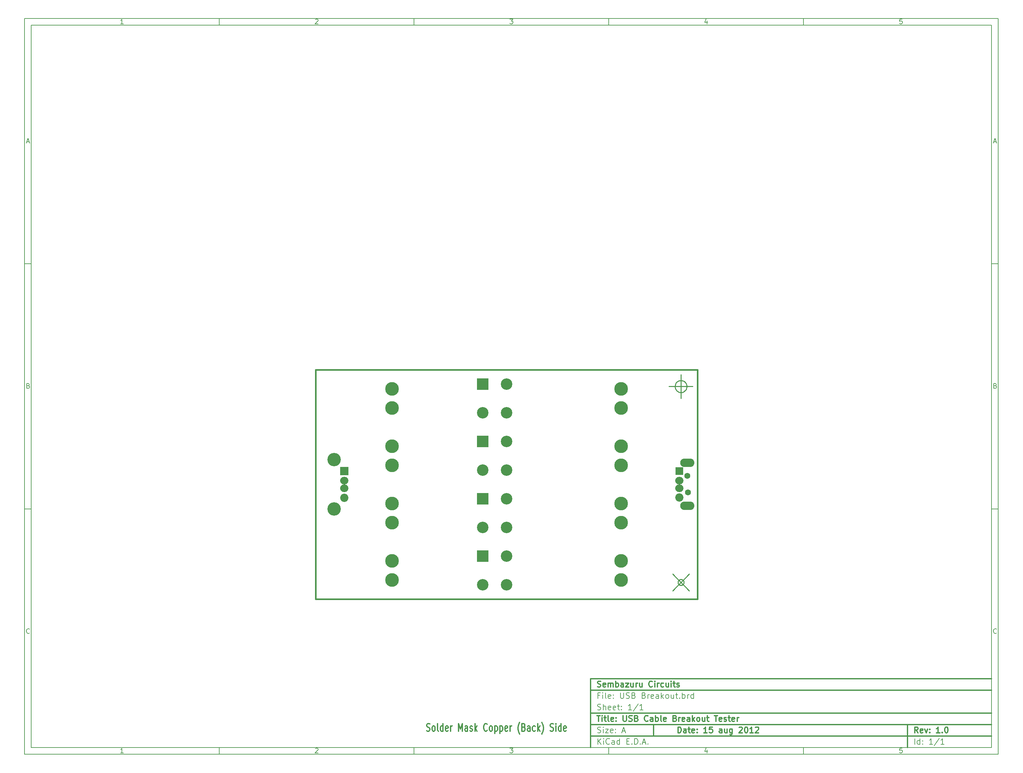
<source format=gbs>
G04 (created by PCBNEW-RS274X (2012-01-19 BZR 3256)-stable) date 15/08/2012 23:21:53*
G01*
G70*
G90*
%MOIN*%
G04 Gerber Fmt 3.4, Leading zero omitted, Abs format*
%FSLAX34Y34*%
G04 APERTURE LIST*
%ADD10C,0.006000*%
%ADD11C,0.012000*%
%ADD12C,0.010000*%
%ADD13C,0.015000*%
%ADD14R,0.120000X0.120000*%
%ADD15C,0.120000*%
%ADD16R,0.083200X0.083200*%
%ADD17O,0.086200X0.079100*%
%ADD18C,0.086200*%
%ADD19O,0.148400X0.089400*%
%ADD20C,0.063300*%
%ADD21R,0.086200X0.086200*%
%ADD22C,0.140600*%
%ADD23C,0.143000*%
G04 APERTURE END LIST*
G54D10*
X-30500Y36750D02*
X71500Y36750D01*
X71500Y-40250D01*
X-30500Y-40250D01*
X-30500Y36750D01*
X-29800Y36050D02*
X70800Y36050D01*
X70800Y-39550D01*
X-29800Y-39550D01*
X-29800Y36050D01*
X-10100Y36750D02*
X-10100Y36050D01*
X-20157Y36198D02*
X-20443Y36198D01*
X-20300Y36198D02*
X-20300Y36698D01*
X-20348Y36626D01*
X-20395Y36579D01*
X-20443Y36555D01*
X-10100Y-40250D02*
X-10100Y-39550D01*
X-20157Y-40102D02*
X-20443Y-40102D01*
X-20300Y-40102D02*
X-20300Y-39602D01*
X-20348Y-39674D01*
X-20395Y-39721D01*
X-20443Y-39745D01*
X10300Y36750D02*
X10300Y36050D01*
X-00043Y36650D02*
X-00019Y36674D01*
X00029Y36698D01*
X00148Y36698D01*
X00195Y36674D01*
X00219Y36650D01*
X00243Y36602D01*
X00243Y36555D01*
X00219Y36483D01*
X-00067Y36198D01*
X00243Y36198D01*
X10300Y-40250D02*
X10300Y-39550D01*
X-00043Y-39650D02*
X-00019Y-39626D01*
X00029Y-39602D01*
X00148Y-39602D01*
X00195Y-39626D01*
X00219Y-39650D01*
X00243Y-39698D01*
X00243Y-39745D01*
X00219Y-39817D01*
X-00067Y-40102D01*
X00243Y-40102D01*
X30700Y36750D02*
X30700Y36050D01*
X20333Y36698D02*
X20643Y36698D01*
X20476Y36507D01*
X20548Y36507D01*
X20595Y36483D01*
X20619Y36460D01*
X20643Y36412D01*
X20643Y36293D01*
X20619Y36245D01*
X20595Y36221D01*
X20548Y36198D01*
X20405Y36198D01*
X20357Y36221D01*
X20333Y36245D01*
X30700Y-40250D02*
X30700Y-39550D01*
X20333Y-39602D02*
X20643Y-39602D01*
X20476Y-39793D01*
X20548Y-39793D01*
X20595Y-39817D01*
X20619Y-39840D01*
X20643Y-39888D01*
X20643Y-40007D01*
X20619Y-40055D01*
X20595Y-40079D01*
X20548Y-40102D01*
X20405Y-40102D01*
X20357Y-40079D01*
X20333Y-40055D01*
X51100Y36750D02*
X51100Y36050D01*
X40995Y36531D02*
X40995Y36198D01*
X40876Y36721D02*
X40757Y36364D01*
X41067Y36364D01*
X51100Y-40250D02*
X51100Y-39550D01*
X40995Y-39769D02*
X40995Y-40102D01*
X40876Y-39579D02*
X40757Y-39936D01*
X41067Y-39936D01*
X61419Y36698D02*
X61181Y36698D01*
X61157Y36460D01*
X61181Y36483D01*
X61229Y36507D01*
X61348Y36507D01*
X61395Y36483D01*
X61419Y36460D01*
X61443Y36412D01*
X61443Y36293D01*
X61419Y36245D01*
X61395Y36221D01*
X61348Y36198D01*
X61229Y36198D01*
X61181Y36221D01*
X61157Y36245D01*
X61419Y-39602D02*
X61181Y-39602D01*
X61157Y-39840D01*
X61181Y-39817D01*
X61229Y-39793D01*
X61348Y-39793D01*
X61395Y-39817D01*
X61419Y-39840D01*
X61443Y-39888D01*
X61443Y-40007D01*
X61419Y-40055D01*
X61395Y-40079D01*
X61348Y-40102D01*
X61229Y-40102D01*
X61181Y-40079D01*
X61157Y-40055D01*
X-30500Y11090D02*
X-29800Y11090D01*
X-30269Y23860D02*
X-30031Y23860D01*
X-30316Y23718D02*
X-30150Y24218D01*
X-29983Y23718D01*
X71500Y11090D02*
X70800Y11090D01*
X71031Y23860D02*
X71269Y23860D01*
X70984Y23718D02*
X71150Y24218D01*
X71317Y23718D01*
X-30500Y-14570D02*
X-29800Y-14570D01*
X-30114Y-01680D02*
X-30043Y-01704D01*
X-30019Y-01728D01*
X-29995Y-01776D01*
X-29995Y-01847D01*
X-30019Y-01895D01*
X-30043Y-01919D01*
X-30090Y-01942D01*
X-30281Y-01942D01*
X-30281Y-01442D01*
X-30114Y-01442D01*
X-30067Y-01466D01*
X-30043Y-01490D01*
X-30019Y-01538D01*
X-30019Y-01585D01*
X-30043Y-01633D01*
X-30067Y-01657D01*
X-30114Y-01680D01*
X-30281Y-01680D01*
X71500Y-14570D02*
X70800Y-14570D01*
X71186Y-01680D02*
X71257Y-01704D01*
X71281Y-01728D01*
X71305Y-01776D01*
X71305Y-01847D01*
X71281Y-01895D01*
X71257Y-01919D01*
X71210Y-01942D01*
X71019Y-01942D01*
X71019Y-01442D01*
X71186Y-01442D01*
X71233Y-01466D01*
X71257Y-01490D01*
X71281Y-01538D01*
X71281Y-01585D01*
X71257Y-01633D01*
X71233Y-01657D01*
X71186Y-01680D01*
X71019Y-01680D01*
X-29995Y-27555D02*
X-30019Y-27579D01*
X-30090Y-27602D01*
X-30138Y-27602D01*
X-30210Y-27579D01*
X-30257Y-27531D01*
X-30281Y-27483D01*
X-30305Y-27388D01*
X-30305Y-27317D01*
X-30281Y-27221D01*
X-30257Y-27174D01*
X-30210Y-27126D01*
X-30138Y-27102D01*
X-30090Y-27102D01*
X-30019Y-27126D01*
X-29995Y-27150D01*
X71305Y-27555D02*
X71281Y-27579D01*
X71210Y-27602D01*
X71162Y-27602D01*
X71090Y-27579D01*
X71043Y-27531D01*
X71019Y-27483D01*
X70995Y-27388D01*
X70995Y-27317D01*
X71019Y-27221D01*
X71043Y-27174D01*
X71090Y-27126D01*
X71162Y-27102D01*
X71210Y-27102D01*
X71281Y-27126D01*
X71305Y-27150D01*
G54D11*
X37943Y-37993D02*
X37943Y-37393D01*
X38086Y-37393D01*
X38171Y-37421D01*
X38229Y-37479D01*
X38257Y-37536D01*
X38286Y-37650D01*
X38286Y-37736D01*
X38257Y-37850D01*
X38229Y-37907D01*
X38171Y-37964D01*
X38086Y-37993D01*
X37943Y-37993D01*
X38800Y-37993D02*
X38800Y-37679D01*
X38771Y-37621D01*
X38714Y-37593D01*
X38600Y-37593D01*
X38543Y-37621D01*
X38800Y-37964D02*
X38743Y-37993D01*
X38600Y-37993D01*
X38543Y-37964D01*
X38514Y-37907D01*
X38514Y-37850D01*
X38543Y-37793D01*
X38600Y-37764D01*
X38743Y-37764D01*
X38800Y-37736D01*
X39000Y-37593D02*
X39229Y-37593D01*
X39086Y-37393D02*
X39086Y-37907D01*
X39114Y-37964D01*
X39172Y-37993D01*
X39229Y-37993D01*
X39657Y-37964D02*
X39600Y-37993D01*
X39486Y-37993D01*
X39429Y-37964D01*
X39400Y-37907D01*
X39400Y-37679D01*
X39429Y-37621D01*
X39486Y-37593D01*
X39600Y-37593D01*
X39657Y-37621D01*
X39686Y-37679D01*
X39686Y-37736D01*
X39400Y-37793D01*
X39943Y-37936D02*
X39971Y-37964D01*
X39943Y-37993D01*
X39914Y-37964D01*
X39943Y-37936D01*
X39943Y-37993D01*
X39943Y-37621D02*
X39971Y-37650D01*
X39943Y-37679D01*
X39914Y-37650D01*
X39943Y-37621D01*
X39943Y-37679D01*
X41000Y-37993D02*
X40657Y-37993D01*
X40829Y-37993D02*
X40829Y-37393D01*
X40772Y-37479D01*
X40714Y-37536D01*
X40657Y-37564D01*
X41543Y-37393D02*
X41257Y-37393D01*
X41228Y-37679D01*
X41257Y-37650D01*
X41314Y-37621D01*
X41457Y-37621D01*
X41514Y-37650D01*
X41543Y-37679D01*
X41571Y-37736D01*
X41571Y-37879D01*
X41543Y-37936D01*
X41514Y-37964D01*
X41457Y-37993D01*
X41314Y-37993D01*
X41257Y-37964D01*
X41228Y-37936D01*
X42542Y-37993D02*
X42542Y-37679D01*
X42513Y-37621D01*
X42456Y-37593D01*
X42342Y-37593D01*
X42285Y-37621D01*
X42542Y-37964D02*
X42485Y-37993D01*
X42342Y-37993D01*
X42285Y-37964D01*
X42256Y-37907D01*
X42256Y-37850D01*
X42285Y-37793D01*
X42342Y-37764D01*
X42485Y-37764D01*
X42542Y-37736D01*
X43085Y-37593D02*
X43085Y-37993D01*
X42828Y-37593D02*
X42828Y-37907D01*
X42856Y-37964D01*
X42914Y-37993D01*
X42999Y-37993D01*
X43056Y-37964D01*
X43085Y-37936D01*
X43628Y-37593D02*
X43628Y-38079D01*
X43599Y-38136D01*
X43571Y-38164D01*
X43514Y-38193D01*
X43428Y-38193D01*
X43371Y-38164D01*
X43628Y-37964D02*
X43571Y-37993D01*
X43457Y-37993D01*
X43399Y-37964D01*
X43371Y-37936D01*
X43342Y-37879D01*
X43342Y-37707D01*
X43371Y-37650D01*
X43399Y-37621D01*
X43457Y-37593D01*
X43571Y-37593D01*
X43628Y-37621D01*
X44342Y-37450D02*
X44371Y-37421D01*
X44428Y-37393D01*
X44571Y-37393D01*
X44628Y-37421D01*
X44657Y-37450D01*
X44685Y-37507D01*
X44685Y-37564D01*
X44657Y-37650D01*
X44314Y-37993D01*
X44685Y-37993D01*
X45056Y-37393D02*
X45113Y-37393D01*
X45170Y-37421D01*
X45199Y-37450D01*
X45228Y-37507D01*
X45256Y-37621D01*
X45256Y-37764D01*
X45228Y-37879D01*
X45199Y-37936D01*
X45170Y-37964D01*
X45113Y-37993D01*
X45056Y-37993D01*
X44999Y-37964D01*
X44970Y-37936D01*
X44942Y-37879D01*
X44913Y-37764D01*
X44913Y-37621D01*
X44942Y-37507D01*
X44970Y-37450D01*
X44999Y-37421D01*
X45056Y-37393D01*
X45827Y-37993D02*
X45484Y-37993D01*
X45656Y-37993D02*
X45656Y-37393D01*
X45599Y-37479D01*
X45541Y-37536D01*
X45484Y-37564D01*
X46055Y-37450D02*
X46084Y-37421D01*
X46141Y-37393D01*
X46284Y-37393D01*
X46341Y-37421D01*
X46370Y-37450D01*
X46398Y-37507D01*
X46398Y-37564D01*
X46370Y-37650D01*
X46027Y-37993D01*
X46398Y-37993D01*
G54D10*
X29543Y-39193D02*
X29543Y-38593D01*
X29886Y-39193D02*
X29629Y-38850D01*
X29886Y-38593D02*
X29543Y-38936D01*
X30143Y-39193D02*
X30143Y-38793D01*
X30143Y-38593D02*
X30114Y-38621D01*
X30143Y-38650D01*
X30171Y-38621D01*
X30143Y-38593D01*
X30143Y-38650D01*
X30772Y-39136D02*
X30743Y-39164D01*
X30657Y-39193D01*
X30600Y-39193D01*
X30515Y-39164D01*
X30457Y-39107D01*
X30429Y-39050D01*
X30400Y-38936D01*
X30400Y-38850D01*
X30429Y-38736D01*
X30457Y-38679D01*
X30515Y-38621D01*
X30600Y-38593D01*
X30657Y-38593D01*
X30743Y-38621D01*
X30772Y-38650D01*
X31286Y-39193D02*
X31286Y-38879D01*
X31257Y-38821D01*
X31200Y-38793D01*
X31086Y-38793D01*
X31029Y-38821D01*
X31286Y-39164D02*
X31229Y-39193D01*
X31086Y-39193D01*
X31029Y-39164D01*
X31000Y-39107D01*
X31000Y-39050D01*
X31029Y-38993D01*
X31086Y-38964D01*
X31229Y-38964D01*
X31286Y-38936D01*
X31829Y-39193D02*
X31829Y-38593D01*
X31829Y-39164D02*
X31772Y-39193D01*
X31658Y-39193D01*
X31600Y-39164D01*
X31572Y-39136D01*
X31543Y-39079D01*
X31543Y-38907D01*
X31572Y-38850D01*
X31600Y-38821D01*
X31658Y-38793D01*
X31772Y-38793D01*
X31829Y-38821D01*
X32572Y-38879D02*
X32772Y-38879D01*
X32858Y-39193D02*
X32572Y-39193D01*
X32572Y-38593D01*
X32858Y-38593D01*
X33115Y-39136D02*
X33143Y-39164D01*
X33115Y-39193D01*
X33086Y-39164D01*
X33115Y-39136D01*
X33115Y-39193D01*
X33401Y-39193D02*
X33401Y-38593D01*
X33544Y-38593D01*
X33629Y-38621D01*
X33687Y-38679D01*
X33715Y-38736D01*
X33744Y-38850D01*
X33744Y-38936D01*
X33715Y-39050D01*
X33687Y-39107D01*
X33629Y-39164D01*
X33544Y-39193D01*
X33401Y-39193D01*
X34001Y-39136D02*
X34029Y-39164D01*
X34001Y-39193D01*
X33972Y-39164D01*
X34001Y-39136D01*
X34001Y-39193D01*
X34258Y-39021D02*
X34544Y-39021D01*
X34201Y-39193D02*
X34401Y-38593D01*
X34601Y-39193D01*
X34801Y-39136D02*
X34829Y-39164D01*
X34801Y-39193D01*
X34772Y-39164D01*
X34801Y-39136D01*
X34801Y-39193D01*
G54D11*
X63086Y-37993D02*
X62886Y-37707D01*
X62743Y-37993D02*
X62743Y-37393D01*
X62971Y-37393D01*
X63029Y-37421D01*
X63057Y-37450D01*
X63086Y-37507D01*
X63086Y-37593D01*
X63057Y-37650D01*
X63029Y-37679D01*
X62971Y-37707D01*
X62743Y-37707D01*
X63571Y-37964D02*
X63514Y-37993D01*
X63400Y-37993D01*
X63343Y-37964D01*
X63314Y-37907D01*
X63314Y-37679D01*
X63343Y-37621D01*
X63400Y-37593D01*
X63514Y-37593D01*
X63571Y-37621D01*
X63600Y-37679D01*
X63600Y-37736D01*
X63314Y-37793D01*
X63800Y-37593D02*
X63943Y-37993D01*
X64085Y-37593D01*
X64314Y-37936D02*
X64342Y-37964D01*
X64314Y-37993D01*
X64285Y-37964D01*
X64314Y-37936D01*
X64314Y-37993D01*
X64314Y-37621D02*
X64342Y-37650D01*
X64314Y-37679D01*
X64285Y-37650D01*
X64314Y-37621D01*
X64314Y-37679D01*
X65371Y-37993D02*
X65028Y-37993D01*
X65200Y-37993D02*
X65200Y-37393D01*
X65143Y-37479D01*
X65085Y-37536D01*
X65028Y-37564D01*
X65628Y-37936D02*
X65656Y-37964D01*
X65628Y-37993D01*
X65599Y-37964D01*
X65628Y-37936D01*
X65628Y-37993D01*
X66028Y-37393D02*
X66085Y-37393D01*
X66142Y-37421D01*
X66171Y-37450D01*
X66200Y-37507D01*
X66228Y-37621D01*
X66228Y-37764D01*
X66200Y-37879D01*
X66171Y-37936D01*
X66142Y-37964D01*
X66085Y-37993D01*
X66028Y-37993D01*
X65971Y-37964D01*
X65942Y-37936D01*
X65914Y-37879D01*
X65885Y-37764D01*
X65885Y-37621D01*
X65914Y-37507D01*
X65942Y-37450D01*
X65971Y-37421D01*
X66028Y-37393D01*
G54D10*
X29514Y-37964D02*
X29600Y-37993D01*
X29743Y-37993D01*
X29800Y-37964D01*
X29829Y-37936D01*
X29857Y-37879D01*
X29857Y-37821D01*
X29829Y-37764D01*
X29800Y-37736D01*
X29743Y-37707D01*
X29629Y-37679D01*
X29571Y-37650D01*
X29543Y-37621D01*
X29514Y-37564D01*
X29514Y-37507D01*
X29543Y-37450D01*
X29571Y-37421D01*
X29629Y-37393D01*
X29771Y-37393D01*
X29857Y-37421D01*
X30114Y-37993D02*
X30114Y-37593D01*
X30114Y-37393D02*
X30085Y-37421D01*
X30114Y-37450D01*
X30142Y-37421D01*
X30114Y-37393D01*
X30114Y-37450D01*
X30343Y-37593D02*
X30657Y-37593D01*
X30343Y-37993D01*
X30657Y-37993D01*
X31114Y-37964D02*
X31057Y-37993D01*
X30943Y-37993D01*
X30886Y-37964D01*
X30857Y-37907D01*
X30857Y-37679D01*
X30886Y-37621D01*
X30943Y-37593D01*
X31057Y-37593D01*
X31114Y-37621D01*
X31143Y-37679D01*
X31143Y-37736D01*
X30857Y-37793D01*
X31400Y-37936D02*
X31428Y-37964D01*
X31400Y-37993D01*
X31371Y-37964D01*
X31400Y-37936D01*
X31400Y-37993D01*
X31400Y-37621D02*
X31428Y-37650D01*
X31400Y-37679D01*
X31371Y-37650D01*
X31400Y-37621D01*
X31400Y-37679D01*
X32114Y-37821D02*
X32400Y-37821D01*
X32057Y-37993D02*
X32257Y-37393D01*
X32457Y-37993D01*
X62743Y-39193D02*
X62743Y-38593D01*
X63286Y-39193D02*
X63286Y-38593D01*
X63286Y-39164D02*
X63229Y-39193D01*
X63115Y-39193D01*
X63057Y-39164D01*
X63029Y-39136D01*
X63000Y-39079D01*
X63000Y-38907D01*
X63029Y-38850D01*
X63057Y-38821D01*
X63115Y-38793D01*
X63229Y-38793D01*
X63286Y-38821D01*
X63572Y-39136D02*
X63600Y-39164D01*
X63572Y-39193D01*
X63543Y-39164D01*
X63572Y-39136D01*
X63572Y-39193D01*
X63572Y-38821D02*
X63600Y-38850D01*
X63572Y-38879D01*
X63543Y-38850D01*
X63572Y-38821D01*
X63572Y-38879D01*
X64629Y-39193D02*
X64286Y-39193D01*
X64458Y-39193D02*
X64458Y-38593D01*
X64401Y-38679D01*
X64343Y-38736D01*
X64286Y-38764D01*
X65314Y-38564D02*
X64800Y-39336D01*
X65829Y-39193D02*
X65486Y-39193D01*
X65658Y-39193D02*
X65658Y-38593D01*
X65601Y-38679D01*
X65543Y-38736D01*
X65486Y-38764D01*
G54D11*
X29457Y-36193D02*
X29800Y-36193D01*
X29629Y-36793D02*
X29629Y-36193D01*
X30000Y-36793D02*
X30000Y-36393D01*
X30000Y-36193D02*
X29971Y-36221D01*
X30000Y-36250D01*
X30028Y-36221D01*
X30000Y-36193D01*
X30000Y-36250D01*
X30200Y-36393D02*
X30429Y-36393D01*
X30286Y-36193D02*
X30286Y-36707D01*
X30314Y-36764D01*
X30372Y-36793D01*
X30429Y-36793D01*
X30715Y-36793D02*
X30657Y-36764D01*
X30629Y-36707D01*
X30629Y-36193D01*
X31171Y-36764D02*
X31114Y-36793D01*
X31000Y-36793D01*
X30943Y-36764D01*
X30914Y-36707D01*
X30914Y-36479D01*
X30943Y-36421D01*
X31000Y-36393D01*
X31114Y-36393D01*
X31171Y-36421D01*
X31200Y-36479D01*
X31200Y-36536D01*
X30914Y-36593D01*
X31457Y-36736D02*
X31485Y-36764D01*
X31457Y-36793D01*
X31428Y-36764D01*
X31457Y-36736D01*
X31457Y-36793D01*
X31457Y-36421D02*
X31485Y-36450D01*
X31457Y-36479D01*
X31428Y-36450D01*
X31457Y-36421D01*
X31457Y-36479D01*
X32200Y-36193D02*
X32200Y-36679D01*
X32228Y-36736D01*
X32257Y-36764D01*
X32314Y-36793D01*
X32428Y-36793D01*
X32486Y-36764D01*
X32514Y-36736D01*
X32543Y-36679D01*
X32543Y-36193D01*
X32800Y-36764D02*
X32886Y-36793D01*
X33029Y-36793D01*
X33086Y-36764D01*
X33115Y-36736D01*
X33143Y-36679D01*
X33143Y-36621D01*
X33115Y-36564D01*
X33086Y-36536D01*
X33029Y-36507D01*
X32915Y-36479D01*
X32857Y-36450D01*
X32829Y-36421D01*
X32800Y-36364D01*
X32800Y-36307D01*
X32829Y-36250D01*
X32857Y-36221D01*
X32915Y-36193D01*
X33057Y-36193D01*
X33143Y-36221D01*
X33600Y-36479D02*
X33686Y-36507D01*
X33714Y-36536D01*
X33743Y-36593D01*
X33743Y-36679D01*
X33714Y-36736D01*
X33686Y-36764D01*
X33628Y-36793D01*
X33400Y-36793D01*
X33400Y-36193D01*
X33600Y-36193D01*
X33657Y-36221D01*
X33686Y-36250D01*
X33714Y-36307D01*
X33714Y-36364D01*
X33686Y-36421D01*
X33657Y-36450D01*
X33600Y-36479D01*
X33400Y-36479D01*
X34800Y-36736D02*
X34771Y-36764D01*
X34685Y-36793D01*
X34628Y-36793D01*
X34543Y-36764D01*
X34485Y-36707D01*
X34457Y-36650D01*
X34428Y-36536D01*
X34428Y-36450D01*
X34457Y-36336D01*
X34485Y-36279D01*
X34543Y-36221D01*
X34628Y-36193D01*
X34685Y-36193D01*
X34771Y-36221D01*
X34800Y-36250D01*
X35314Y-36793D02*
X35314Y-36479D01*
X35285Y-36421D01*
X35228Y-36393D01*
X35114Y-36393D01*
X35057Y-36421D01*
X35314Y-36764D02*
X35257Y-36793D01*
X35114Y-36793D01*
X35057Y-36764D01*
X35028Y-36707D01*
X35028Y-36650D01*
X35057Y-36593D01*
X35114Y-36564D01*
X35257Y-36564D01*
X35314Y-36536D01*
X35600Y-36793D02*
X35600Y-36193D01*
X35600Y-36421D02*
X35657Y-36393D01*
X35771Y-36393D01*
X35828Y-36421D01*
X35857Y-36450D01*
X35886Y-36507D01*
X35886Y-36679D01*
X35857Y-36736D01*
X35828Y-36764D01*
X35771Y-36793D01*
X35657Y-36793D01*
X35600Y-36764D01*
X36229Y-36793D02*
X36171Y-36764D01*
X36143Y-36707D01*
X36143Y-36193D01*
X36685Y-36764D02*
X36628Y-36793D01*
X36514Y-36793D01*
X36457Y-36764D01*
X36428Y-36707D01*
X36428Y-36479D01*
X36457Y-36421D01*
X36514Y-36393D01*
X36628Y-36393D01*
X36685Y-36421D01*
X36714Y-36479D01*
X36714Y-36536D01*
X36428Y-36593D01*
X37628Y-36479D02*
X37714Y-36507D01*
X37742Y-36536D01*
X37771Y-36593D01*
X37771Y-36679D01*
X37742Y-36736D01*
X37714Y-36764D01*
X37656Y-36793D01*
X37428Y-36793D01*
X37428Y-36193D01*
X37628Y-36193D01*
X37685Y-36221D01*
X37714Y-36250D01*
X37742Y-36307D01*
X37742Y-36364D01*
X37714Y-36421D01*
X37685Y-36450D01*
X37628Y-36479D01*
X37428Y-36479D01*
X38028Y-36793D02*
X38028Y-36393D01*
X38028Y-36507D02*
X38056Y-36450D01*
X38085Y-36421D01*
X38142Y-36393D01*
X38199Y-36393D01*
X38627Y-36764D02*
X38570Y-36793D01*
X38456Y-36793D01*
X38399Y-36764D01*
X38370Y-36707D01*
X38370Y-36479D01*
X38399Y-36421D01*
X38456Y-36393D01*
X38570Y-36393D01*
X38627Y-36421D01*
X38656Y-36479D01*
X38656Y-36536D01*
X38370Y-36593D01*
X39170Y-36793D02*
X39170Y-36479D01*
X39141Y-36421D01*
X39084Y-36393D01*
X38970Y-36393D01*
X38913Y-36421D01*
X39170Y-36764D02*
X39113Y-36793D01*
X38970Y-36793D01*
X38913Y-36764D01*
X38884Y-36707D01*
X38884Y-36650D01*
X38913Y-36593D01*
X38970Y-36564D01*
X39113Y-36564D01*
X39170Y-36536D01*
X39456Y-36793D02*
X39456Y-36193D01*
X39513Y-36564D02*
X39684Y-36793D01*
X39684Y-36393D02*
X39456Y-36621D01*
X40028Y-36793D02*
X39970Y-36764D01*
X39942Y-36736D01*
X39913Y-36679D01*
X39913Y-36507D01*
X39942Y-36450D01*
X39970Y-36421D01*
X40028Y-36393D01*
X40113Y-36393D01*
X40170Y-36421D01*
X40199Y-36450D01*
X40228Y-36507D01*
X40228Y-36679D01*
X40199Y-36736D01*
X40170Y-36764D01*
X40113Y-36793D01*
X40028Y-36793D01*
X40742Y-36393D02*
X40742Y-36793D01*
X40485Y-36393D02*
X40485Y-36707D01*
X40513Y-36764D01*
X40571Y-36793D01*
X40656Y-36793D01*
X40713Y-36764D01*
X40742Y-36736D01*
X40942Y-36393D02*
X41171Y-36393D01*
X41028Y-36193D02*
X41028Y-36707D01*
X41056Y-36764D01*
X41114Y-36793D01*
X41171Y-36793D01*
X41742Y-36193D02*
X42085Y-36193D01*
X41914Y-36793D02*
X41914Y-36193D01*
X42513Y-36764D02*
X42456Y-36793D01*
X42342Y-36793D01*
X42285Y-36764D01*
X42256Y-36707D01*
X42256Y-36479D01*
X42285Y-36421D01*
X42342Y-36393D01*
X42456Y-36393D01*
X42513Y-36421D01*
X42542Y-36479D01*
X42542Y-36536D01*
X42256Y-36593D01*
X42770Y-36764D02*
X42827Y-36793D01*
X42942Y-36793D01*
X42999Y-36764D01*
X43027Y-36707D01*
X43027Y-36679D01*
X42999Y-36621D01*
X42942Y-36593D01*
X42856Y-36593D01*
X42799Y-36564D01*
X42770Y-36507D01*
X42770Y-36479D01*
X42799Y-36421D01*
X42856Y-36393D01*
X42942Y-36393D01*
X42999Y-36421D01*
X43199Y-36393D02*
X43428Y-36393D01*
X43285Y-36193D02*
X43285Y-36707D01*
X43313Y-36764D01*
X43371Y-36793D01*
X43428Y-36793D01*
X43856Y-36764D02*
X43799Y-36793D01*
X43685Y-36793D01*
X43628Y-36764D01*
X43599Y-36707D01*
X43599Y-36479D01*
X43628Y-36421D01*
X43685Y-36393D01*
X43799Y-36393D01*
X43856Y-36421D01*
X43885Y-36479D01*
X43885Y-36536D01*
X43599Y-36593D01*
X44142Y-36793D02*
X44142Y-36393D01*
X44142Y-36507D02*
X44170Y-36450D01*
X44199Y-36421D01*
X44256Y-36393D01*
X44313Y-36393D01*
G54D10*
X29743Y-34079D02*
X29543Y-34079D01*
X29543Y-34393D02*
X29543Y-33793D01*
X29829Y-33793D01*
X30057Y-34393D02*
X30057Y-33993D01*
X30057Y-33793D02*
X30028Y-33821D01*
X30057Y-33850D01*
X30085Y-33821D01*
X30057Y-33793D01*
X30057Y-33850D01*
X30429Y-34393D02*
X30371Y-34364D01*
X30343Y-34307D01*
X30343Y-33793D01*
X30885Y-34364D02*
X30828Y-34393D01*
X30714Y-34393D01*
X30657Y-34364D01*
X30628Y-34307D01*
X30628Y-34079D01*
X30657Y-34021D01*
X30714Y-33993D01*
X30828Y-33993D01*
X30885Y-34021D01*
X30914Y-34079D01*
X30914Y-34136D01*
X30628Y-34193D01*
X31171Y-34336D02*
X31199Y-34364D01*
X31171Y-34393D01*
X31142Y-34364D01*
X31171Y-34336D01*
X31171Y-34393D01*
X31171Y-34021D02*
X31199Y-34050D01*
X31171Y-34079D01*
X31142Y-34050D01*
X31171Y-34021D01*
X31171Y-34079D01*
X31914Y-33793D02*
X31914Y-34279D01*
X31942Y-34336D01*
X31971Y-34364D01*
X32028Y-34393D01*
X32142Y-34393D01*
X32200Y-34364D01*
X32228Y-34336D01*
X32257Y-34279D01*
X32257Y-33793D01*
X32514Y-34364D02*
X32600Y-34393D01*
X32743Y-34393D01*
X32800Y-34364D01*
X32829Y-34336D01*
X32857Y-34279D01*
X32857Y-34221D01*
X32829Y-34164D01*
X32800Y-34136D01*
X32743Y-34107D01*
X32629Y-34079D01*
X32571Y-34050D01*
X32543Y-34021D01*
X32514Y-33964D01*
X32514Y-33907D01*
X32543Y-33850D01*
X32571Y-33821D01*
X32629Y-33793D01*
X32771Y-33793D01*
X32857Y-33821D01*
X33314Y-34079D02*
X33400Y-34107D01*
X33428Y-34136D01*
X33457Y-34193D01*
X33457Y-34279D01*
X33428Y-34336D01*
X33400Y-34364D01*
X33342Y-34393D01*
X33114Y-34393D01*
X33114Y-33793D01*
X33314Y-33793D01*
X33371Y-33821D01*
X33400Y-33850D01*
X33428Y-33907D01*
X33428Y-33964D01*
X33400Y-34021D01*
X33371Y-34050D01*
X33314Y-34079D01*
X33114Y-34079D01*
X34371Y-34079D02*
X34457Y-34107D01*
X34485Y-34136D01*
X34514Y-34193D01*
X34514Y-34279D01*
X34485Y-34336D01*
X34457Y-34364D01*
X34399Y-34393D01*
X34171Y-34393D01*
X34171Y-33793D01*
X34371Y-33793D01*
X34428Y-33821D01*
X34457Y-33850D01*
X34485Y-33907D01*
X34485Y-33964D01*
X34457Y-34021D01*
X34428Y-34050D01*
X34371Y-34079D01*
X34171Y-34079D01*
X34771Y-34393D02*
X34771Y-33993D01*
X34771Y-34107D02*
X34799Y-34050D01*
X34828Y-34021D01*
X34885Y-33993D01*
X34942Y-33993D01*
X35370Y-34364D02*
X35313Y-34393D01*
X35199Y-34393D01*
X35142Y-34364D01*
X35113Y-34307D01*
X35113Y-34079D01*
X35142Y-34021D01*
X35199Y-33993D01*
X35313Y-33993D01*
X35370Y-34021D01*
X35399Y-34079D01*
X35399Y-34136D01*
X35113Y-34193D01*
X35913Y-34393D02*
X35913Y-34079D01*
X35884Y-34021D01*
X35827Y-33993D01*
X35713Y-33993D01*
X35656Y-34021D01*
X35913Y-34364D02*
X35856Y-34393D01*
X35713Y-34393D01*
X35656Y-34364D01*
X35627Y-34307D01*
X35627Y-34250D01*
X35656Y-34193D01*
X35713Y-34164D01*
X35856Y-34164D01*
X35913Y-34136D01*
X36199Y-34393D02*
X36199Y-33793D01*
X36256Y-34164D02*
X36427Y-34393D01*
X36427Y-33993D02*
X36199Y-34221D01*
X36771Y-34393D02*
X36713Y-34364D01*
X36685Y-34336D01*
X36656Y-34279D01*
X36656Y-34107D01*
X36685Y-34050D01*
X36713Y-34021D01*
X36771Y-33993D01*
X36856Y-33993D01*
X36913Y-34021D01*
X36942Y-34050D01*
X36971Y-34107D01*
X36971Y-34279D01*
X36942Y-34336D01*
X36913Y-34364D01*
X36856Y-34393D01*
X36771Y-34393D01*
X37485Y-33993D02*
X37485Y-34393D01*
X37228Y-33993D02*
X37228Y-34307D01*
X37256Y-34364D01*
X37314Y-34393D01*
X37399Y-34393D01*
X37456Y-34364D01*
X37485Y-34336D01*
X37685Y-33993D02*
X37914Y-33993D01*
X37771Y-33793D02*
X37771Y-34307D01*
X37799Y-34364D01*
X37857Y-34393D01*
X37914Y-34393D01*
X38114Y-34336D02*
X38142Y-34364D01*
X38114Y-34393D01*
X38085Y-34364D01*
X38114Y-34336D01*
X38114Y-34393D01*
X38400Y-34393D02*
X38400Y-33793D01*
X38400Y-34021D02*
X38457Y-33993D01*
X38571Y-33993D01*
X38628Y-34021D01*
X38657Y-34050D01*
X38686Y-34107D01*
X38686Y-34279D01*
X38657Y-34336D01*
X38628Y-34364D01*
X38571Y-34393D01*
X38457Y-34393D01*
X38400Y-34364D01*
X38943Y-34393D02*
X38943Y-33993D01*
X38943Y-34107D02*
X38971Y-34050D01*
X39000Y-34021D01*
X39057Y-33993D01*
X39114Y-33993D01*
X39571Y-34393D02*
X39571Y-33793D01*
X39571Y-34364D02*
X39514Y-34393D01*
X39400Y-34393D01*
X39342Y-34364D01*
X39314Y-34336D01*
X39285Y-34279D01*
X39285Y-34107D01*
X39314Y-34050D01*
X39342Y-34021D01*
X39400Y-33993D01*
X39514Y-33993D01*
X39571Y-34021D01*
X29514Y-35564D02*
X29600Y-35593D01*
X29743Y-35593D01*
X29800Y-35564D01*
X29829Y-35536D01*
X29857Y-35479D01*
X29857Y-35421D01*
X29829Y-35364D01*
X29800Y-35336D01*
X29743Y-35307D01*
X29629Y-35279D01*
X29571Y-35250D01*
X29543Y-35221D01*
X29514Y-35164D01*
X29514Y-35107D01*
X29543Y-35050D01*
X29571Y-35021D01*
X29629Y-34993D01*
X29771Y-34993D01*
X29857Y-35021D01*
X30114Y-35593D02*
X30114Y-34993D01*
X30371Y-35593D02*
X30371Y-35279D01*
X30342Y-35221D01*
X30285Y-35193D01*
X30200Y-35193D01*
X30142Y-35221D01*
X30114Y-35250D01*
X30885Y-35564D02*
X30828Y-35593D01*
X30714Y-35593D01*
X30657Y-35564D01*
X30628Y-35507D01*
X30628Y-35279D01*
X30657Y-35221D01*
X30714Y-35193D01*
X30828Y-35193D01*
X30885Y-35221D01*
X30914Y-35279D01*
X30914Y-35336D01*
X30628Y-35393D01*
X31399Y-35564D02*
X31342Y-35593D01*
X31228Y-35593D01*
X31171Y-35564D01*
X31142Y-35507D01*
X31142Y-35279D01*
X31171Y-35221D01*
X31228Y-35193D01*
X31342Y-35193D01*
X31399Y-35221D01*
X31428Y-35279D01*
X31428Y-35336D01*
X31142Y-35393D01*
X31599Y-35193D02*
X31828Y-35193D01*
X31685Y-34993D02*
X31685Y-35507D01*
X31713Y-35564D01*
X31771Y-35593D01*
X31828Y-35593D01*
X32028Y-35536D02*
X32056Y-35564D01*
X32028Y-35593D01*
X31999Y-35564D01*
X32028Y-35536D01*
X32028Y-35593D01*
X32028Y-35221D02*
X32056Y-35250D01*
X32028Y-35279D01*
X31999Y-35250D01*
X32028Y-35221D01*
X32028Y-35279D01*
X33085Y-35593D02*
X32742Y-35593D01*
X32914Y-35593D02*
X32914Y-34993D01*
X32857Y-35079D01*
X32799Y-35136D01*
X32742Y-35164D01*
X33770Y-34964D02*
X33256Y-35736D01*
X34285Y-35593D02*
X33942Y-35593D01*
X34114Y-35593D02*
X34114Y-34993D01*
X34057Y-35079D01*
X33999Y-35136D01*
X33942Y-35164D01*
G54D11*
X29514Y-33164D02*
X29600Y-33193D01*
X29743Y-33193D01*
X29800Y-33164D01*
X29829Y-33136D01*
X29857Y-33079D01*
X29857Y-33021D01*
X29829Y-32964D01*
X29800Y-32936D01*
X29743Y-32907D01*
X29629Y-32879D01*
X29571Y-32850D01*
X29543Y-32821D01*
X29514Y-32764D01*
X29514Y-32707D01*
X29543Y-32650D01*
X29571Y-32621D01*
X29629Y-32593D01*
X29771Y-32593D01*
X29857Y-32621D01*
X30342Y-33164D02*
X30285Y-33193D01*
X30171Y-33193D01*
X30114Y-33164D01*
X30085Y-33107D01*
X30085Y-32879D01*
X30114Y-32821D01*
X30171Y-32793D01*
X30285Y-32793D01*
X30342Y-32821D01*
X30371Y-32879D01*
X30371Y-32936D01*
X30085Y-32993D01*
X30628Y-33193D02*
X30628Y-32793D01*
X30628Y-32850D02*
X30656Y-32821D01*
X30714Y-32793D01*
X30799Y-32793D01*
X30856Y-32821D01*
X30885Y-32879D01*
X30885Y-33193D01*
X30885Y-32879D02*
X30914Y-32821D01*
X30971Y-32793D01*
X31056Y-32793D01*
X31114Y-32821D01*
X31142Y-32879D01*
X31142Y-33193D01*
X31428Y-33193D02*
X31428Y-32593D01*
X31428Y-32821D02*
X31485Y-32793D01*
X31599Y-32793D01*
X31656Y-32821D01*
X31685Y-32850D01*
X31714Y-32907D01*
X31714Y-33079D01*
X31685Y-33136D01*
X31656Y-33164D01*
X31599Y-33193D01*
X31485Y-33193D01*
X31428Y-33164D01*
X32228Y-33193D02*
X32228Y-32879D01*
X32199Y-32821D01*
X32142Y-32793D01*
X32028Y-32793D01*
X31971Y-32821D01*
X32228Y-33164D02*
X32171Y-33193D01*
X32028Y-33193D01*
X31971Y-33164D01*
X31942Y-33107D01*
X31942Y-33050D01*
X31971Y-32993D01*
X32028Y-32964D01*
X32171Y-32964D01*
X32228Y-32936D01*
X32457Y-32793D02*
X32771Y-32793D01*
X32457Y-33193D01*
X32771Y-33193D01*
X33257Y-32793D02*
X33257Y-33193D01*
X33000Y-32793D02*
X33000Y-33107D01*
X33028Y-33164D01*
X33086Y-33193D01*
X33171Y-33193D01*
X33228Y-33164D01*
X33257Y-33136D01*
X33543Y-33193D02*
X33543Y-32793D01*
X33543Y-32907D02*
X33571Y-32850D01*
X33600Y-32821D01*
X33657Y-32793D01*
X33714Y-32793D01*
X34171Y-32793D02*
X34171Y-33193D01*
X33914Y-32793D02*
X33914Y-33107D01*
X33942Y-33164D01*
X34000Y-33193D01*
X34085Y-33193D01*
X34142Y-33164D01*
X34171Y-33136D01*
X35257Y-33136D02*
X35228Y-33164D01*
X35142Y-33193D01*
X35085Y-33193D01*
X35000Y-33164D01*
X34942Y-33107D01*
X34914Y-33050D01*
X34885Y-32936D01*
X34885Y-32850D01*
X34914Y-32736D01*
X34942Y-32679D01*
X35000Y-32621D01*
X35085Y-32593D01*
X35142Y-32593D01*
X35228Y-32621D01*
X35257Y-32650D01*
X35514Y-33193D02*
X35514Y-32793D01*
X35514Y-32593D02*
X35485Y-32621D01*
X35514Y-32650D01*
X35542Y-32621D01*
X35514Y-32593D01*
X35514Y-32650D01*
X35800Y-33193D02*
X35800Y-32793D01*
X35800Y-32907D02*
X35828Y-32850D01*
X35857Y-32821D01*
X35914Y-32793D01*
X35971Y-32793D01*
X36428Y-33164D02*
X36371Y-33193D01*
X36257Y-33193D01*
X36199Y-33164D01*
X36171Y-33136D01*
X36142Y-33079D01*
X36142Y-32907D01*
X36171Y-32850D01*
X36199Y-32821D01*
X36257Y-32793D01*
X36371Y-32793D01*
X36428Y-32821D01*
X36942Y-32793D02*
X36942Y-33193D01*
X36685Y-32793D02*
X36685Y-33107D01*
X36713Y-33164D01*
X36771Y-33193D01*
X36856Y-33193D01*
X36913Y-33164D01*
X36942Y-33136D01*
X37228Y-33193D02*
X37228Y-32793D01*
X37228Y-32593D02*
X37199Y-32621D01*
X37228Y-32650D01*
X37256Y-32621D01*
X37228Y-32593D01*
X37228Y-32650D01*
X37428Y-32793D02*
X37657Y-32793D01*
X37514Y-32593D02*
X37514Y-33107D01*
X37542Y-33164D01*
X37600Y-33193D01*
X37657Y-33193D01*
X37828Y-33164D02*
X37885Y-33193D01*
X38000Y-33193D01*
X38057Y-33164D01*
X38085Y-33107D01*
X38085Y-33079D01*
X38057Y-33021D01*
X38000Y-32993D01*
X37914Y-32993D01*
X37857Y-32964D01*
X37828Y-32907D01*
X37828Y-32879D01*
X37857Y-32821D01*
X37914Y-32793D01*
X38000Y-32793D01*
X38057Y-32821D01*
X28800Y-32350D02*
X28800Y-39550D01*
X28800Y-33550D02*
X70800Y-33550D01*
X28800Y-32350D02*
X70800Y-32350D01*
X28800Y-35950D02*
X70800Y-35950D01*
X62000Y-37150D02*
X62000Y-39550D01*
X28800Y-38350D02*
X70800Y-38350D01*
X28800Y-37150D02*
X70800Y-37150D01*
X35400Y-37150D02*
X35400Y-38350D01*
X11614Y-37786D02*
X11700Y-37824D01*
X11843Y-37824D01*
X11900Y-37786D01*
X11929Y-37748D01*
X11957Y-37671D01*
X11957Y-37595D01*
X11929Y-37519D01*
X11900Y-37481D01*
X11843Y-37443D01*
X11729Y-37405D01*
X11671Y-37367D01*
X11643Y-37329D01*
X11614Y-37252D01*
X11614Y-37176D01*
X11643Y-37100D01*
X11671Y-37062D01*
X11729Y-37024D01*
X11871Y-37024D01*
X11957Y-37062D01*
X12300Y-37824D02*
X12242Y-37786D01*
X12214Y-37748D01*
X12185Y-37671D01*
X12185Y-37443D01*
X12214Y-37367D01*
X12242Y-37329D01*
X12300Y-37290D01*
X12385Y-37290D01*
X12442Y-37329D01*
X12471Y-37367D01*
X12500Y-37443D01*
X12500Y-37671D01*
X12471Y-37748D01*
X12442Y-37786D01*
X12385Y-37824D01*
X12300Y-37824D01*
X12843Y-37824D02*
X12785Y-37786D01*
X12757Y-37710D01*
X12757Y-37024D01*
X13328Y-37824D02*
X13328Y-37024D01*
X13328Y-37786D02*
X13271Y-37824D01*
X13157Y-37824D01*
X13099Y-37786D01*
X13071Y-37748D01*
X13042Y-37671D01*
X13042Y-37443D01*
X13071Y-37367D01*
X13099Y-37329D01*
X13157Y-37290D01*
X13271Y-37290D01*
X13328Y-37329D01*
X13842Y-37786D02*
X13785Y-37824D01*
X13671Y-37824D01*
X13614Y-37786D01*
X13585Y-37710D01*
X13585Y-37405D01*
X13614Y-37329D01*
X13671Y-37290D01*
X13785Y-37290D01*
X13842Y-37329D01*
X13871Y-37405D01*
X13871Y-37481D01*
X13585Y-37557D01*
X14128Y-37824D02*
X14128Y-37290D01*
X14128Y-37443D02*
X14156Y-37367D01*
X14185Y-37329D01*
X14242Y-37290D01*
X14299Y-37290D01*
X14956Y-37824D02*
X14956Y-37024D01*
X15156Y-37595D01*
X15356Y-37024D01*
X15356Y-37824D01*
X15899Y-37824D02*
X15899Y-37405D01*
X15870Y-37329D01*
X15813Y-37290D01*
X15699Y-37290D01*
X15642Y-37329D01*
X15899Y-37786D02*
X15842Y-37824D01*
X15699Y-37824D01*
X15642Y-37786D01*
X15613Y-37710D01*
X15613Y-37633D01*
X15642Y-37557D01*
X15699Y-37519D01*
X15842Y-37519D01*
X15899Y-37481D01*
X16156Y-37786D02*
X16213Y-37824D01*
X16328Y-37824D01*
X16385Y-37786D01*
X16413Y-37710D01*
X16413Y-37671D01*
X16385Y-37595D01*
X16328Y-37557D01*
X16242Y-37557D01*
X16185Y-37519D01*
X16156Y-37443D01*
X16156Y-37405D01*
X16185Y-37329D01*
X16242Y-37290D01*
X16328Y-37290D01*
X16385Y-37329D01*
X16671Y-37824D02*
X16671Y-37024D01*
X16728Y-37519D02*
X16899Y-37824D01*
X16899Y-37290D02*
X16671Y-37595D01*
X17957Y-37748D02*
X17928Y-37786D01*
X17842Y-37824D01*
X17785Y-37824D01*
X17700Y-37786D01*
X17642Y-37710D01*
X17614Y-37633D01*
X17585Y-37481D01*
X17585Y-37367D01*
X17614Y-37214D01*
X17642Y-37138D01*
X17700Y-37062D01*
X17785Y-37024D01*
X17842Y-37024D01*
X17928Y-37062D01*
X17957Y-37100D01*
X18300Y-37824D02*
X18242Y-37786D01*
X18214Y-37748D01*
X18185Y-37671D01*
X18185Y-37443D01*
X18214Y-37367D01*
X18242Y-37329D01*
X18300Y-37290D01*
X18385Y-37290D01*
X18442Y-37329D01*
X18471Y-37367D01*
X18500Y-37443D01*
X18500Y-37671D01*
X18471Y-37748D01*
X18442Y-37786D01*
X18385Y-37824D01*
X18300Y-37824D01*
X18757Y-37290D02*
X18757Y-38090D01*
X18757Y-37329D02*
X18814Y-37290D01*
X18928Y-37290D01*
X18985Y-37329D01*
X19014Y-37367D01*
X19043Y-37443D01*
X19043Y-37671D01*
X19014Y-37748D01*
X18985Y-37786D01*
X18928Y-37824D01*
X18814Y-37824D01*
X18757Y-37786D01*
X19300Y-37290D02*
X19300Y-38090D01*
X19300Y-37329D02*
X19357Y-37290D01*
X19471Y-37290D01*
X19528Y-37329D01*
X19557Y-37367D01*
X19586Y-37443D01*
X19586Y-37671D01*
X19557Y-37748D01*
X19528Y-37786D01*
X19471Y-37824D01*
X19357Y-37824D01*
X19300Y-37786D01*
X20071Y-37786D02*
X20014Y-37824D01*
X19900Y-37824D01*
X19843Y-37786D01*
X19814Y-37710D01*
X19814Y-37405D01*
X19843Y-37329D01*
X19900Y-37290D01*
X20014Y-37290D01*
X20071Y-37329D01*
X20100Y-37405D01*
X20100Y-37481D01*
X19814Y-37557D01*
X20357Y-37824D02*
X20357Y-37290D01*
X20357Y-37443D02*
X20385Y-37367D01*
X20414Y-37329D01*
X20471Y-37290D01*
X20528Y-37290D01*
X21356Y-38129D02*
X21328Y-38090D01*
X21271Y-37976D01*
X21242Y-37900D01*
X21213Y-37786D01*
X21185Y-37595D01*
X21185Y-37443D01*
X21213Y-37252D01*
X21242Y-37138D01*
X21271Y-37062D01*
X21328Y-36948D01*
X21356Y-36910D01*
X21785Y-37405D02*
X21871Y-37443D01*
X21899Y-37481D01*
X21928Y-37557D01*
X21928Y-37671D01*
X21899Y-37748D01*
X21871Y-37786D01*
X21813Y-37824D01*
X21585Y-37824D01*
X21585Y-37024D01*
X21785Y-37024D01*
X21842Y-37062D01*
X21871Y-37100D01*
X21899Y-37176D01*
X21899Y-37252D01*
X21871Y-37329D01*
X21842Y-37367D01*
X21785Y-37405D01*
X21585Y-37405D01*
X22442Y-37824D02*
X22442Y-37405D01*
X22413Y-37329D01*
X22356Y-37290D01*
X22242Y-37290D01*
X22185Y-37329D01*
X22442Y-37786D02*
X22385Y-37824D01*
X22242Y-37824D01*
X22185Y-37786D01*
X22156Y-37710D01*
X22156Y-37633D01*
X22185Y-37557D01*
X22242Y-37519D01*
X22385Y-37519D01*
X22442Y-37481D01*
X22985Y-37786D02*
X22928Y-37824D01*
X22814Y-37824D01*
X22756Y-37786D01*
X22728Y-37748D01*
X22699Y-37671D01*
X22699Y-37443D01*
X22728Y-37367D01*
X22756Y-37329D01*
X22814Y-37290D01*
X22928Y-37290D01*
X22985Y-37329D01*
X23242Y-37824D02*
X23242Y-37024D01*
X23299Y-37519D02*
X23470Y-37824D01*
X23470Y-37290D02*
X23242Y-37595D01*
X23671Y-38129D02*
X23699Y-38090D01*
X23756Y-37976D01*
X23785Y-37900D01*
X23814Y-37786D01*
X23842Y-37595D01*
X23842Y-37443D01*
X23814Y-37252D01*
X23785Y-37138D01*
X23756Y-37062D01*
X23699Y-36948D01*
X23671Y-36910D01*
X24556Y-37786D02*
X24642Y-37824D01*
X24785Y-37824D01*
X24842Y-37786D01*
X24871Y-37748D01*
X24899Y-37671D01*
X24899Y-37595D01*
X24871Y-37519D01*
X24842Y-37481D01*
X24785Y-37443D01*
X24671Y-37405D01*
X24613Y-37367D01*
X24585Y-37329D01*
X24556Y-37252D01*
X24556Y-37176D01*
X24585Y-37100D01*
X24613Y-37062D01*
X24671Y-37024D01*
X24813Y-37024D01*
X24899Y-37062D01*
X25156Y-37824D02*
X25156Y-37290D01*
X25156Y-37024D02*
X25127Y-37062D01*
X25156Y-37100D01*
X25184Y-37062D01*
X25156Y-37024D01*
X25156Y-37100D01*
X25699Y-37824D02*
X25699Y-37024D01*
X25699Y-37786D02*
X25642Y-37824D01*
X25528Y-37824D01*
X25470Y-37786D01*
X25442Y-37748D01*
X25413Y-37671D01*
X25413Y-37443D01*
X25442Y-37367D01*
X25470Y-37329D01*
X25528Y-37290D01*
X25642Y-37290D01*
X25699Y-37329D01*
X26213Y-37786D02*
X26156Y-37824D01*
X26042Y-37824D01*
X25985Y-37786D01*
X25956Y-37710D01*
X25956Y-37405D01*
X25985Y-37329D01*
X26042Y-37290D01*
X26156Y-37290D01*
X26213Y-37329D01*
X26242Y-37405D01*
X26242Y-37481D01*
X25956Y-37557D01*
G54D12*
X38562Y-22250D02*
X38556Y-22310D01*
X38538Y-22368D01*
X38509Y-22422D01*
X38471Y-22469D01*
X38424Y-22508D01*
X38370Y-22537D01*
X38312Y-22555D01*
X38252Y-22561D01*
X38192Y-22556D01*
X38134Y-22539D01*
X38080Y-22511D01*
X38032Y-22472D01*
X37993Y-22426D01*
X37964Y-22372D01*
X37945Y-22314D01*
X37939Y-22254D01*
X37944Y-22194D01*
X37960Y-22136D01*
X37988Y-22081D01*
X38026Y-22034D01*
X38072Y-21994D01*
X38126Y-21965D01*
X38184Y-21946D01*
X38244Y-21939D01*
X38304Y-21943D01*
X38362Y-21960D01*
X38417Y-21987D01*
X38465Y-22025D01*
X38504Y-22071D01*
X38535Y-22124D01*
X38554Y-22181D01*
X38561Y-22242D01*
X38562Y-22250D01*
X37375Y-21375D02*
X39125Y-23125D01*
X37375Y-23125D02*
X39125Y-21375D01*
X38875Y-01750D02*
X38863Y-01871D01*
X38827Y-01988D01*
X38770Y-02095D01*
X38693Y-02190D01*
X38599Y-02268D01*
X38492Y-02326D01*
X38375Y-02362D01*
X38254Y-02374D01*
X38133Y-02363D01*
X38016Y-02329D01*
X37908Y-02272D01*
X37813Y-02196D01*
X37735Y-02103D01*
X37676Y-01996D01*
X37639Y-01879D01*
X37626Y-01758D01*
X37636Y-01638D01*
X37669Y-01520D01*
X37725Y-01412D01*
X37801Y-01316D01*
X37894Y-01237D01*
X38000Y-01178D01*
X38116Y-01140D01*
X38237Y-01126D01*
X38358Y-01135D01*
X38476Y-01168D01*
X38584Y-01223D01*
X38681Y-01298D01*
X38760Y-01390D01*
X38820Y-01496D01*
X38859Y-01612D01*
X38874Y-01733D01*
X38875Y-01750D01*
X37000Y-01750D02*
X39500Y-01750D01*
X38250Y-00500D02*
X38250Y-03000D01*
G54D13*
X40000Y-24000D02*
X00000Y-24000D01*
X00000Y00000D02*
X40000Y00000D01*
X00000Y-24000D02*
X00000Y00000D01*
X40000Y00000D02*
X40000Y-24000D01*
G54D14*
X17500Y-19500D03*
G54D15*
X20000Y-19500D03*
X17500Y-22500D03*
X20000Y-22500D03*
G54D14*
X17500Y-13500D03*
G54D15*
X20000Y-13500D03*
X17500Y-16500D03*
X20000Y-16500D03*
G54D14*
X17500Y-07500D03*
G54D15*
X20000Y-07500D03*
X17500Y-10500D03*
X20000Y-10500D03*
G54D14*
X17500Y-01500D03*
G54D15*
X20000Y-01500D03*
X17500Y-04500D03*
X20000Y-04500D03*
G54D16*
X38100Y-10622D03*
G54D17*
X38100Y-11606D03*
X38100Y-12394D03*
G54D18*
X38100Y-13378D03*
G54D19*
X38927Y-09756D03*
X38927Y-14244D03*
G54D20*
X38927Y-11114D03*
X38986Y-12827D03*
G54D18*
X03000Y-13400D03*
G54D17*
X03000Y-12400D03*
X03000Y-11600D03*
G54D21*
X03000Y-10600D03*
G54D22*
X01933Y-14587D03*
X01933Y-09413D03*
G54D23*
X08000Y-16000D03*
X08000Y-14000D03*
X32000Y-04000D03*
X32000Y-02000D03*
X08000Y-22000D03*
X08000Y-20000D03*
X08000Y-10000D03*
X08000Y-08000D03*
X32000Y-22000D03*
X32000Y-20000D03*
X32000Y-16000D03*
X32000Y-14000D03*
X32000Y-10000D03*
X32000Y-08000D03*
X08000Y-04000D03*
X08000Y-02000D03*
M02*

</source>
